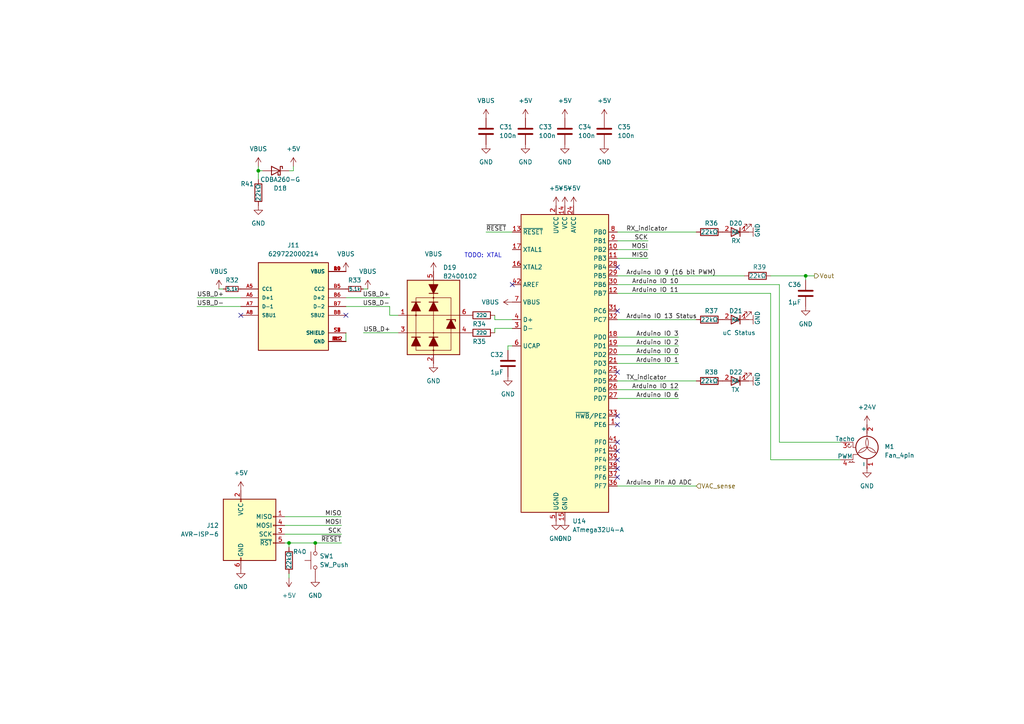
<source format=kicad_sch>
(kicad_sch (version 20230121) (generator eeschema)
  (paper "A4")
  (lib_symbols
    (symbol "Connector:AVR-ISP-6" (pin_names (offset 1.016))
      (property "Reference" "J" (at -6.35 11.43 0))
      (property "Value" "AVR-ISP-6" (at 0 11.43 0))
      (symbol "AVR-ISP-6_0_1"
        (rectangle (start -2.667 -6.858) (end -2.413 -7.62))
        (rectangle (start -2.667 10.16) (end -2.413 9.398))
        (rectangle (start 7.62 -2.413) (end 6.858 -2.667))
        (rectangle (start 7.62 0.127) (end 6.858 -0.127))
        (rectangle (start 7.62 2.667) (end 6.858 2.413))
        (rectangle (start 7.62 5.207) (end 6.858 4.953))
        (rectangle (start 7.62 10.16) (end -7.62 -7.62) (stroke (width 0.254)) (fill (type background)))
      )
      (symbol "AVR-ISP-6_1_1"
        (pin passive line (at 10.16 5.08 180) (length 2.54) (name "MISO") (number "1"))
        (pin passive line (at -2.54 12.7 270) (length 2.54) (name "VCC") (number "2"))
        (pin passive line (at 10.16 0 180) (length 2.54) (name "SCK") (number "3"))
        (pin passive line (at 10.16 2.54 180) (length 2.54) (name "MOSI") (number "4"))
        (pin passive line (at 10.16 -2.54 180) (length 2.54) (name "~{RST}") (number "5"))
        (pin passive line (at -2.54 -10.16 90) (length 2.54) (name "GND") (number "6"))
      )
    )
    (symbol "Device:C" (pin_numbers hide) (pin_names (offset 0.254))
      (property "Reference" "C" (at 0.635 2.54 0))
      (property "Value" "C" (at 0.635 -2.54 0))
      (symbol "C_0_1"
        (polyline (pts (xy -2.032 -0.762) (xy 2.032 -0.762)) (stroke (width 0.508)))
        (polyline (pts (xy -2.032 0.762) (xy 2.032 0.762)) (stroke (width 0.508)))
      )
      (symbol "C_1_1"
        (pin passive line (at 0 3.81 270) (length 2.794) (name "~") (number "1"))
        (pin passive line (at 0 -3.81 90) (length 2.794) (name "~") (number "2"))
      )
    )
    (symbol "Device:D_Schottky" (pin_numbers hide) (pin_names (offset 1.016) hide)
      (property "Reference" "D" (at 0 2.54 0))
      (property "Value" "D_Schottky" (at 0 -2.54 0))
      (symbol "D_Schottky_0_1"
        (polyline (pts (xy 1.27 0) (xy -1.27 0)))
        (polyline (pts (xy 1.27 1.27) (xy 1.27 -1.27) (xy -1.27 0) (xy 1.27 1.27)) (stroke (width 0.254)))
        (polyline (pts (xy -1.905 0.635) (xy -1.905 1.27) (xy -1.27 1.27) (xy -1.27 -1.27) (xy -0.635 -1.27) (xy -0.635 -0.635)) (stroke (width 0.254)))
      )
      (symbol "D_Schottky_1_1"
        (pin passive line (at -3.81 0 0) (length 2.54) (name "K") (number "1"))
        (pin passive line (at 3.81 0 180) (length 2.54) (name "A") (number "2"))
      )
    )
    (symbol "Device:R" (pin_numbers hide) (pin_names (offset 0))
      (property "Reference" "R" (at 2.032 0 90))
      (property "Value" "R" (at 0 0 90))
      (symbol "R_0_1"
        (rectangle (start -1.016 -2.54) (end 1.016 2.54) (stroke (width 0.254)))
      )
      (symbol "R_1_1"
        (pin passive line (at 0 3.81 270) (length 1.27) (name "~") (number "1"))
        (pin passive line (at 0 -3.81 90) (length 1.27) (name "~") (number "2"))
      )
    )
    (symbol "Device:R_Small" (pin_numbers hide) (pin_names (offset 0.254) hide)
      (property "Reference" "R" (at 0.762 0.508 0))
      (property "Value" "R_Small" (at 0.762 -1.016 0))
      (symbol "R_Small_0_1"
        (rectangle (start -0.762 1.778) (end 0.762 -1.778) (stroke (width 0.2032)))
      )
      (symbol "R_Small_1_1"
        (pin passive line (at 0 2.54 270) (length 0.762) (name "~") (number "1"))
        (pin passive line (at 0 -2.54 90) (length 0.762) (name "~") (number "2"))
      )
    )
    (symbol "MCU_Microchip_ATmega:ATmega32U4-A"
      (property "Reference" "U" (at -12.7 44.45 0))
      (property "Value" "ATmega32U4-A" (at 2.54 -44.45 0))
      (symbol "ATmega32U4-A_0_1"
        (rectangle (start -12.7 -43.18) (end 12.7 43.18) (stroke (width 0.254)) (fill (type background)))
      )
      (symbol "ATmega32U4-A_1_1"
        (pin bidirectional line (at 15.24 -17.78 180) (length 2.54) (name "PE6") (number "1"))
        (pin bidirectional line (at 15.24 33.02 180) (length 2.54) (name "PB2") (number "10"))
        (pin bidirectional line (at 15.24 30.48 180) (length 2.54) (name "PB3") (number "11"))
        (pin bidirectional line (at 15.24 20.32 180) (length 2.54) (name "PB7") (number "12"))
        (pin input line (at -15.24 38.1 0) (length 2.54) (name "~{RESET}") (number "13"))
        (pin power_in line (at 0 45.72 270) (length 2.54) (name "VCC") (number "14"))
        (pin power_in line (at 0 -45.72 90) (length 2.54) (name "GND") (number "15"))
        (pin output line (at -15.24 27.94 0) (length 2.54) (name "XTAL2") (number "16"))
        (pin input line (at -15.24 33.02 0) (length 2.54) (name "XTAL1") (number "17"))
        (pin bidirectional line (at 15.24 7.62 180) (length 2.54) (name "PD0") (number "18"))
        (pin bidirectional line (at 15.24 5.08 180) (length 2.54) (name "PD1") (number "19"))
        (pin power_in line (at -2.54 45.72 270) (length 2.54) (name "UVCC") (number "2"))
        (pin bidirectional line (at 15.24 2.54 180) (length 2.54) (name "PD2") (number "20"))
        (pin bidirectional line (at 15.24 0 180) (length 2.54) (name "PD3") (number "21"))
        (pin bidirectional line (at 15.24 -5.08 180) (length 2.54) (name "PD5") (number "22"))
        (pin passive line (at 0 -45.72 90) (length 2.54) hide (name "GND") (number "23"))
        (pin power_in line (at 2.54 45.72 270) (length 2.54) (name "AVCC") (number "24"))
        (pin bidirectional line (at 15.24 -2.54 180) (length 2.54) (name "PD4") (number "25"))
        (pin bidirectional line (at 15.24 -7.62 180) (length 2.54) (name "PD6") (number "26"))
        (pin bidirectional line (at 15.24 -10.16 180) (length 2.54) (name "PD7") (number "27"))
        (pin bidirectional line (at 15.24 27.94 180) (length 2.54) (name "PB4") (number "28"))
        (pin bidirectional line (at 15.24 25.4 180) (length 2.54) (name "PB5") (number "29"))
        (pin bidirectional line (at -15.24 10.16 0) (length 2.54) (name "D-") (number "3"))
        (pin bidirectional line (at 15.24 22.86 180) (length 2.54) (name "PB6") (number "30"))
        (pin bidirectional line (at 15.24 15.24 180) (length 2.54) (name "PC6") (number "31"))
        (pin bidirectional line (at 15.24 12.7 180) (length 2.54) (name "PC7") (number "32"))
        (pin bidirectional line (at 15.24 -15.24 180) (length 2.54) (name "~{HWB}/PE2") (number "33"))
        (pin passive line (at 0 45.72 270) (length 2.54) hide (name "VCC") (number "34"))
        (pin passive line (at 0 -45.72 90) (length 2.54) hide (name "GND") (number "35"))
        (pin bidirectional line (at 15.24 -35.56 180) (length 2.54) (name "PF7") (number "36"))
        (pin bidirectional line (at 15.24 -33.02 180) (length 2.54) (name "PF6") (number "37"))
        (pin bidirectional line (at 15.24 -30.48 180) (length 2.54) (name "PF5") (number "38"))
        (pin bidirectional line (at 15.24 -27.94 180) (length 2.54) (name "PF4") (number "39"))
        (pin bidirectional line (at -15.24 12.7 0) (length 2.54) (name "D+") (number "4"))
        (pin bidirectional line (at 15.24 -25.4 180) (length 2.54) (name "PF1") (number "40"))
        (pin bidirectional line (at 15.24 -22.86 180) (length 2.54) (name "PF0") (number "41"))
        (pin passive line (at -15.24 22.86 0) (length 2.54) (name "AREF") (number "42"))
        (pin passive line (at 0 -45.72 90) (length 2.54) hide (name "GND") (number "43"))
        (pin passive line (at 2.54 45.72 270) (length 2.54) hide (name "AVCC") (number "44"))
        (pin passive line (at -2.54 -45.72 90) (length 2.54) (name "UGND") (number "5"))
        (pin passive line (at -15.24 5.08 0) (length 2.54) (name "UCAP") (number "6"))
        (pin input line (at -15.24 17.78 0) (length 2.54) (name "VBUS") (number "7"))
        (pin bidirectional line (at 15.24 38.1 180) (length 2.54) (name "PB0") (number "8"))
        (pin bidirectional line (at 15.24 35.56 180) (length 2.54) (name "PB1") (number "9"))
      )
    )
    (symbol "Motor:Fan_4pin" (pin_names (offset 0))
      (property "Reference" "M" (at 2.54 5.08 0))
      (property "Value" "Fan_4pin" (at 2.54 -2.54 0))
      (symbol "Fan_4pin_0_0"
        (arc (start -5.588 1.524) (mid -5.08 1.0182) (end -4.572 1.524))
        (arc (start -5.08 2.032) (mid -5.4392 1.8832) (end -5.588 1.524))
        (polyline (pts (xy -5.08 2.032) (xy -5.334 2.159)))
        (polyline (pts (xy -5.08 2.032) (xy -5.207 1.778)))
        (polyline (pts (xy -4.064 2.54) (xy -4.064 1.016) (xy -3.302 1.016)))
      )
      (symbol "Fan_4pin_0_1"
        (arc (start -2.54 -0.508) (mid 0.0028 0.9121) (end 0 3.81))
        (polyline (pts (xy -4.064 2.54) (xy -5.08 2.54)))
        (polyline (pts (xy 0 -5.08) (xy 0 -4.572)))
        (polyline (pts (xy 0 -2.2352) (xy 0 -2.6416)))
        (polyline (pts (xy 0 4.2672) (xy 0 4.6228)))
        (polyline (pts (xy 0 4.572) (xy 0 5.08)))
        (polyline (pts (xy -2.54 -1.016) (xy -4.064 -1.016) (xy -4.064 -2.54) (xy -5.08 -2.54)))
        (polyline (pts (xy -5.334 -3.302) (xy -5.08 -3.302) (xy -5.08 -3.048) (xy -4.826 -3.048) (xy -4.826 -3.302) (xy -4.318 -3.302) (xy -4.318 -3.048) (xy -4.064 -3.048) (xy -4.064 -3.302) (xy -3.556 -3.302)))
        (circle (center 0 1.016) (radius 3.2512) (stroke (width 0.254)))
        (arc (start 0 3.81) (mid 0.053 0.921) (end 2.54 -0.508))
        (arc (start 2.54 -0.508) (mid 0 1.0618) (end -2.54 -0.508))
      )
      (symbol "Fan_4pin_1_1"
        (pin passive line (at 0 -5.08 90) (length 2.54) (name "-") (number "1"))
        (pin passive line (at 0 7.62 270) (length 2.54) (name "+") (number "2"))
        (pin passive line (at -7.62 2.54 0) (length 2.54) (name "Tacho") (number "3"))
        (pin input line (at -7.62 -2.54 0) (length 2.54) (name "PWM") (number "4"))
      )
    )
    (symbol "Switch:SW_Push" (pin_numbers hide) (pin_names (offset 1.016) hide)
      (property "Reference" "SW" (at 1.27 2.54 0))
      (property "Value" "SW_Push" (at 0 -1.524 0))
      (symbol "SW_Push_0_1"
        (circle (center -2.032 0) (radius 0.508))
        (polyline (pts (xy 0 1.27) (xy 0 3.048)))
        (polyline (pts (xy 2.54 1.27) (xy -2.54 1.27)))
        (circle (center 2.032 0) (radius 0.508))
        (pin passive line (at -5.08 0 0) (length 2.54) (name "1") (number "1"))
        (pin passive line (at 5.08 0 180) (length 2.54) (name "2") (number "2"))
      )
    )
    (symbol "ctm:629722000214" (pin_names (offset 1.016))
      (property "Reference" "J" (at -10.16 13.208 0))
      (property "Value" "629722000214" (at -10.16 -15.24 0))
      (symbol "629722000214_0_0"
        (rectangle (start -10.16 -12.7) (end 10.16 12.7) (stroke (width 0.254)) (fill (type background)))
        (pin power_in line (at 15.24 -10.16 180) (length 5.08) (name "GND") (number "A1"))
        (pin power_in line (at 15.24 -10.16 180) (length 5.08) (name "GND") (number "A12"))
        (pin power_in line (at 15.24 10.16 180) (length 5.08) (name "VBUS") (number "A4"))
        (pin bidirectional line (at -15.24 5.08 0) (length 5.08) (name "CC1") (number "A5"))
        (pin bidirectional line (at -15.24 2.54 0) (length 5.08) (name "D+1") (number "A6"))
        (pin bidirectional line (at -15.24 0 0) (length 5.08) (name "D-1") (number "A7"))
        (pin bidirectional line (at -15.24 -2.54 0) (length 5.08) (name "SBU1") (number "A8"))
        (pin power_in line (at 15.24 10.16 180) (length 5.08) (name "VBUS") (number "A9"))
        (pin power_in line (at 15.24 -10.16 180) (length 5.08) (name "GND") (number "B1"))
        (pin power_in line (at 15.24 -10.16 180) (length 5.08) (name "GND") (number "B12"))
        (pin power_in line (at 15.24 10.16 180) (length 5.08) (name "VBUS") (number "B4"))
        (pin bidirectional line (at 15.24 5.08 180) (length 5.08) (name "CC2") (number "B5"))
        (pin bidirectional line (at 15.24 2.54 180) (length 5.08) (name "D+2") (number "B6"))
        (pin bidirectional line (at 15.24 0 180) (length 5.08) (name "D-2") (number "B7"))
        (pin bidirectional line (at 15.24 -2.54 180) (length 5.08) (name "SBU2") (number "B8"))
        (pin power_in line (at 15.24 10.16 180) (length 5.08) (name "VBUS") (number "B9"))
        (pin power_in line (at 15.24 -7.62 180) (length 5.08) (name "SHIELD") (number "S1"))
        (pin power_in line (at 15.24 -7.62 180) (length 5.08) (name "SHIELD") (number "S2"))
        (pin power_in line (at 15.24 -7.62 180) (length 5.08) (name "SHIELD") (number "S3"))
        (pin power_in line (at 15.24 -7.62 180) (length 5.08) (name "SHIELD") (number "S4"))
      )
    )
    (symbol "ctm:82400102" (pin_names (offset 1.016) hide)
      (property "Reference" "D" (at 8.89 8.89 0))
      (property "Value" "82400102" (at 8.89 6.35 0))
      (symbol "82400102_0_1"
        (rectangle (start -7.62 12.7) (end 7.62 -8.89) (stroke (width 0.254)) (fill (type background)))
        (polyline (pts (xy -7.62 -2.54) (xy 7.62 -2.54)))
        (polyline (pts (xy -7.62 2.54) (xy 7.62 2.54)))
        (polyline (pts (xy -5.08 -3.81) (xy -5.08 3.81)))
        (polyline (pts (xy 0 -8.89) (xy 0 -7.62)))
        (polyline (pts (xy 0 -7.62) (xy 0 -6.35)))
        (polyline (pts (xy 0 1.27) (xy 0 -3.81)))
        (polyline (pts (xy 0 1.27) (xy 0 3.81)))
        (polyline (pts (xy 0 6.35) (xy 0 7.62)))
        (polyline (pts (xy 0 8.89) (xy 0 7.62)))
        (polyline (pts (xy 0 11.43) (xy 0 12.7)))
        (polyline (pts (xy -5.08 -6.35) (xy -5.08 -7.62) (xy 5.08 -7.62) (xy 5.08 -1.27)))
        (polyline (pts (xy 5.08 1.27) (xy 5.08 7.62) (xy -5.08 7.62) (xy -5.08 6.35)))
      )
      (symbol "82400102_1_1"
        (circle (center -5.08 2.54) (radius 0.1778) (fill (type outline)))
        (circle (center 0 -7.62) (radius 0.1778) (fill (type outline)))
        (circle (center 0 -2.54) (radius 0.1778) (fill (type outline)))
        (polyline (pts (xy -3.81 -3.81) (xy -6.35 -3.81)) (stroke (width 0.254)))
        (polyline (pts (xy -3.81 6.35) (xy -6.35 6.35)) (stroke (width 0.254)))
        (polyline (pts (xy 0 -6.35) (xy 0 -3.81)))
        (polyline (pts (xy 0 3.81) (xy 0 6.35)))
        (polyline (pts (xy 0 11.43) (xy 0 8.89)))
        (polyline (pts (xy 1.27 -3.81) (xy -1.27 -3.81)) (stroke (width 0.254)))
        (polyline (pts (xy 1.27 6.35) (xy -1.27 6.35)) (stroke (width 0.254)))
        (polyline (pts (xy 1.27 8.89) (xy -1.27 8.89)) (stroke (width 0.254)))
        (polyline (pts (xy 3.81 1.27) (xy 6.35 1.27)) (stroke (width 0.254)))
        (polyline (pts (xy 5.08 -1.27) (xy 5.08 1.27)))
        (polyline (pts (xy 6.35 1.27) (xy 6.35 0.762)) (stroke (width 0.254)))
        (polyline (pts (xy -3.81 -6.35) (xy -6.35 -6.35) (xy -5.08 -3.81) (xy -3.81 -6.35)) (stroke (width 0.254)) (fill (type outline)))
        (polyline (pts (xy -3.81 3.81) (xy -6.35 3.81) (xy -5.08 6.35) (xy -3.81 3.81)) (stroke (width 0.254)) (fill (type outline)))
        (polyline (pts (xy -1.27 11.43) (xy 1.27 11.43) (xy 0 8.89) (xy -1.27 11.43)) (stroke (width 0.254)) (fill (type outline)))
        (polyline (pts (xy 1.27 -6.35) (xy -1.27 -6.35) (xy 0 -3.81) (xy 1.27 -6.35)) (stroke (width 0.254)) (fill (type outline)))
        (polyline (pts (xy 1.27 3.81) (xy -1.27 3.81) (xy 0 6.35) (xy 1.27 3.81)) (stroke (width 0.254)) (fill (type outline)))
        (polyline (pts (xy 6.35 -1.27) (xy 3.81 -1.27) (xy 5.08 1.27) (xy 6.35 -1.27)) (stroke (width 0.254)) (fill (type outline)))
        (circle (center 0 7.62) (radius 0.1778) (fill (type outline)))
        (pin passive line (at -10.16 2.54 0) (length 2.54) (name "L1") (number "1"))
        (pin passive line (at 0 -11.43 90) (length 2.54) (name "VN") (number "2"))
        (pin passive line (at -10.16 -2.54 0) (length 2.54) (name "L2") (number "3"))
        (pin passive line (at 10.16 -2.54 180) (length 2.54) (name "L2") (number "4"))
        (pin passive line (at 0 15.24 270) (length 2.54) (name "VP") (number "5"))
        (pin passive line (at 10.16 2.54 180) (length 2.54) (name "L1") (number "6"))
      )
    )
    (symbol "ctm:GND" (power) (pin_names (offset 0))
      (property "Value" "GND" (at 0 -2.286 0))
      (symbol "GND_0_1"
        (polyline (pts (xy 0 0) (xy 0 -1.27) (xy -1.27 -1.27) (xy 1.27 -1.27) (xy 0 -1.27)))
      )
      (symbol "GND_1_1"
        (pin power_in line (at 0 0 270) (length 0) hide (name "GND") (number "1"))
      )
    )
    (symbol "ctm:LED_Wuerth_Green" (pin_names (offset 1.016))
      (property "Reference" "D" (at 0 0 0))
      (property "Value" "LED_Wuerth_Green" (at 0 0 0))
      (symbol "LED_Wuerth_Green_1_1"
        (polyline (pts (xy -1.27 -3.81) (xy -1.27 -1.27)) (stroke (width 0.254)))
        (polyline (pts (xy -1.27 -2.54) (xy 1.27 -2.54)))
        (polyline (pts (xy 1.27 -3.81) (xy 1.27 -1.27) (xy -1.27 -2.54) (xy 1.27 -3.81)) (stroke (width 0.254)))
        (polyline (pts (xy -3.048 -3.302) (xy -4.572 -4.826) (xy -3.81 -4.826) (xy -4.572 -4.826) (xy -4.572 -4.064)))
        (polyline (pts (xy -1.778 -3.302) (xy -3.302 -4.826) (xy -2.54 -4.826) (xy -3.302 -4.826) (xy -3.302 -4.064)))
        (pin passive line (at -3.81 -2.54 0) (length 2.54) (name "K") (number "1"))
        (pin passive line (at 3.81 -2.54 180) (length 2.54) (name "A") (number "2"))
      )
    )
    (symbol "power:+24V" (power) (pin_names (offset 0))
      (property "Value" "+24V" (at 0 3.556 0))
      (symbol "+24V_0_1"
        (polyline (pts (xy -0.762 1.27) (xy 0 2.54)))
        (polyline (pts (xy 0 0) (xy 0 2.54)))
        (polyline (pts (xy 0 2.54) (xy 0.762 1.27)))
      )
      (symbol "+24V_1_1"
        (pin power_in line (at 0 0 90) (length 0) hide (name "+24V") (number "1"))
      )
    )
    (symbol "power:+5V" (power) (pin_names (offset 0))
      (property "Value" "+5V" (at 0 3.556 0))
      (symbol "+5V_0_1"
        (polyline (pts (xy -0.762 1.27) (xy 0 2.54)))
        (polyline (pts (xy 0 0) (xy 0 2.54)))
        (polyline (pts (xy 0 2.54) (xy 0.762 1.27)))
      )
      (symbol "+5V_1_1"
        (pin power_in line (at 0 0 90) (length 0) hide (name "+5V") (number "1"))
      )
    )
    (symbol "power:GND" (power) (pin_names (offset 0))
      (property "Value" "GND" (at 0 -3.81 0))
      (symbol "GND_0_1"
        (polyline (pts (xy 0 0) (xy 0 -1.27) (xy 1.27 -1.27) (xy 0 -2.54) (xy -1.27 -1.27) (xy 0 -1.27)))
      )
      (symbol "GND_1_1"
        (pin power_in line (at 0 0 270) (length 0) hide (name "GND") (number "1"))
      )
    )
    (symbol "power:VBUS" (power) (pin_names (offset 0))
      (property "Value" "VBUS" (at 0 3.81 0))
      (symbol "VBUS_0_1"
        (polyline (pts (xy -0.762 1.27) (xy 0 2.54)))
        (polyline (pts (xy 0 0) (xy 0 2.54)))
        (polyline (pts (xy 0 2.54) (xy 0.762 1.27)))
      )
      (symbol "VBUS_1_1"
        (pin power_in line (at 0 0 90) (length 0) hide (name "VBUS") (number "1"))
      )
    )
  )
  (junction (at 83.82 157.48))
  (junction (at 91.44 157.48))
  (junction (at 233.68 80.01))
  (junction (at 74.93 49.53))
  (no_connect (at 179.07 90.17))
  (no_connect (at 148.59 82.55))
  (no_connect (at 179.07 135.89))
  (no_connect (at 179.07 128.27))
  (no_connect (at 179.07 77.47))
  (no_connect (at 179.07 120.65))
  (no_connect (at 179.07 130.81))
  (no_connect (at 100.33 91.44))
  (no_connect (at 179.07 138.43))
  (no_connect (at 69.85 91.44))
  (no_connect (at 179.07 133.35))
  (no_connect (at 179.07 107.95))
  (no_connect (at 179.07 123.19))
  (wire (pts (xy 100.33 96.52) (xy 100.33 99.06)))
  (wire (pts (xy 179.07 113.03) (xy 196.85 113.03)))
  (wire (pts (xy 223.52 80.01) (xy 233.68 80.01)))
  (wire (pts (xy 147.32 101.6) (xy 147.32 100.33)))
  (wire (pts (xy 91.44 157.48) (xy 99.06 157.48)))
  (wire (pts (xy 179.07 115.57) (xy 196.85 115.57)))
  (wire (pts (xy 179.07 72.39) (xy 187.96 72.39)))
  (wire (pts (xy 233.68 80.01) (xy 233.68 81.28)))
  (wire (pts (xy 74.93 49.53) (xy 74.93 48.26)))
  (wire (pts (xy 85.09 49.53) (xy 85.09 48.26)))
  (wire (pts (xy 82.55 149.86) (xy 99.06 149.86)))
  (wire (pts (xy 179.07 92.71) (xy 201.93 92.71)))
  (wire (pts (xy 82.55 152.4) (xy 99.06 152.4)))
  (wire (pts (xy 74.93 52.07) (xy 74.93 49.53)))
  (wire (pts (xy 83.82 166.37) (xy 83.82 167.64)))
  (wire (pts (xy 179.07 100.33) (xy 196.85 100.33)))
  (wire (pts (xy 226.06 82.55) (xy 226.06 128.27)))
  (wire (pts (xy 226.06 82.55) (xy 179.07 82.55)))
  (wire (pts (xy 179.07 80.01) (xy 215.9 80.01)))
  (wire (pts (xy 100.33 88.9) (xy 113.03 88.9)))
  (wire (pts (xy 140.97 67.31) (xy 148.59 67.31)))
  (wire (pts (xy 179.07 74.93) (xy 187.96 74.93)))
  (wire (pts (xy 179.07 102.87) (xy 196.85 102.87)))
  (wire (pts (xy 63.5 83.82) (xy 64.77 83.82)))
  (wire (pts (xy 82.55 157.48) (xy 83.82 157.48)))
  (wire (pts (xy 105.41 96.52) (xy 115.57 96.52)))
  (wire (pts (xy 83.82 158.75) (xy 83.82 157.48)))
  (wire (pts (xy 82.55 154.94) (xy 99.06 154.94)))
  (wire (pts (xy 148.59 95.25) (xy 143.51 95.25)))
  (wire (pts (xy 179.07 67.31) (xy 201.93 67.31)))
  (wire (pts (xy 143.51 95.25) (xy 143.51 96.52)))
  (wire (pts (xy 83.82 49.53) (xy 85.09 49.53)))
  (wire (pts (xy 179.07 85.09) (xy 223.52 85.09)))
  (wire (pts (xy 179.07 105.41) (xy 196.85 105.41)))
  (wire (pts (xy 143.51 92.71) (xy 143.51 91.44)))
  (wire (pts (xy 106.68 83.82) (xy 105.41 83.82)))
  (wire (pts (xy 223.52 85.09) (xy 223.52 133.35)))
  (wire (pts (xy 179.07 69.85) (xy 187.96 69.85)))
  (wire (pts (xy 76.2 49.53) (xy 74.93 49.53)))
  (wire (pts (xy 148.59 92.71) (xy 143.51 92.71)))
  (wire (pts (xy 243.84 128.27) (xy 226.06 128.27)))
  (wire (pts (xy 115.57 91.44) (xy 113.03 91.44)))
  (wire (pts (xy 233.68 80.01) (xy 236.22 80.01)))
  (wire (pts (xy 179.07 140.97) (xy 201.93 140.97)))
  (wire (pts (xy 179.07 97.79) (xy 196.85 97.79)))
  (wire (pts (xy 113.03 91.44) (xy 113.03 88.9)))
  (wire (pts (xy 223.52 133.35) (xy 243.84 133.35)))
  (wire (pts (xy 179.07 110.49) (xy 201.93 110.49)))
  (wire (pts (xy 57.15 86.36) (xy 69.85 86.36)))
  (wire (pts (xy 100.33 86.36) (xy 113.03 86.36)))
  (wire (pts (xy 147.32 100.33) (xy 148.59 100.33)))
  (wire (pts (xy 83.82 157.48) (xy 91.44 157.48)))
  (wire (pts (xy 57.15 88.9) (xy 69.85 88.9)))
  (text "TODO: XTAL" (at 134.62 74.93 0) (effects (font (size 1.27 1.27)) (justify left bottom)))
  (label "Arduino IO 13 Status" (at 181.61 92.71 0))
  (label "MOSI" (at 99.06 152.4 180))
  (label "Arduino IO 11" (at 196.85 85.09 180))
  (label "~{RESET}" (at 140.97 67.31 0))
  (label "Arduino IO 6" (at 196.85 115.57 180))
  (label "USB_D+" (at 57.15 86.36 0))
  (label "Arduino IO 0" (at 196.85 102.87 180))
  (label "MISO" (at 99.06 149.86 180))
  (label "Arduino IO 9 (16 bit PWM)" (at 181.61 80.01 0))
  (label "SCK" (at 99.06 154.94 180))
  (label "Arduino IO 12" (at 196.85 113.03 180))
  (label "Arduino IO 2" (at 196.85 100.33 180))
  (label "USB_D-" (at 57.15 88.9 0))
  (label "Arduino Pin A0 ADC" (at 181.61 140.97 0))
  (label "Arduino IO 3" (at 196.85 97.79 180))
  (label "MISO" (at 187.96 74.93 180))
  (label "Arduino IO 1" (at 196.85 105.41 180))
  (label "~{RESET}" (at 99.06 157.48 180))
  (label "MOSI" (at 187.96 72.39 180))
  (label "USB_D+" (at 105.41 96.52 0))
  (label "USB_D+" (at 113.03 86.36 180))
  (label "USB_D-" (at 113.03 88.9 180))
  (label "TX_indicator" (at 181.61 110.49 0))
  (label "RX_indicator" (at 181.61 67.31 0))
  (label "SCK" (at 187.96 69.85 180))
  (label "Arduino IO 10" (at 196.85 82.55 180))
  (hierarchical_label "Vout" (shape output) (at 236.22 80.01 0))
  (hierarchical_label "VAC_sense" (shape input) (at 201.93 140.97 0))
  (symbol (lib_id "power:+5V") (at 163.83 34.29 0) (unit 1)
    (property "Reference" "#PWR090" (effects hide))
    (property "Value" "+5V" (at 163.83 29.21 0))
  )
  (symbol (lib_id "power:+5V") (at 69.85 142.24 0) (unit 1)
    (property "Reference" "#PWR0113" (effects hide))
    (property "Value" "+5V" (at 69.85 137.16 0))
  )
  (symbol (lib_id "Device:R") (at 139.7 96.52 90) (unit 1)
    (property "Reference" "R35" (at 140.97 99.06 90) (effects (justify left)))
    (property "Value" "22Ω" (at 139.7 96.52 90) (effects (font (size 1 1))))
    (property "Footprint" "Resistor_SMD:R_0805_2012Metric" (effects hide))
  )
  (symbol (lib_id "Motor:Fan_4pin") (at 251.46 130.81 0) (unit 1)
    (property "Reference" "M1" (at 256.54 129.54 0) (effects (justify left)))
    (property "Value" "Fan_4pin" (at 256.54 132.08 0) (effects (justify left)))
    (property "Footprint" "Connector:FanPinHeader_1x04_P2.54mm_Vertical" (effects hide))
    (property "Datasheet" "http://www.formfactors.org/developer%5Cspecs%5Crev1_2_public.pdf" (effects hide))
  )
  (symbol (lib_id "Device:D_Schottky") (at 80.01 49.53 0) (mirror y) (unit 1)
    (property "Reference" "D18" (at 81.28 54.61 0))
    (property "Value" "CDBA260-G" (at 81.28 52.07 0))
    (property "Footprint" "Diode_SMD:D_SMA" (effects hide))
    (property "Datasheet" "https://www.mouser.at/datasheet/2/80/CDBA240_HF_Thru193240__CDBA2100_HF_RevC-2489669.pdf" (effects hide))
  )
  (symbol (lib_id "power:GND") (at 125.73 105.41 0) (unit 1)
    (property "Reference" "#PWR081" (effects hide))
    (property "Value" "GND" (at 125.73 110.49 0))
  )
  (symbol (lib_id "ctm:GND") (at 217.17 92.71 90) (unit 1)
    (property "Reference" "#PWR098" (effects hide))
    (property "Value" "GND" (at 219.71 90.17 0) (effects (justify right)))
  )
  (symbol (lib_id "Device:C") (at 140.97 38.1 0) (unit 1)
    (property "Reference" "C31" (at 144.78 36.83 0) (effects (justify left)))
    (property "Value" "100n" (at 144.78 39.37 0) (effects (justify left)))
    (property "Footprint" "Capacitor_SMD:C_0805_2012Metric" (effects hide))
  )
  (symbol (lib_id "ctm:LED_Wuerth_Green") (at 213.36 113.03 180) (unit 1)
    (property "Reference" "D22" (at 211.455 107.95 0) (effects (justify right)))
    (property "Value" "TX" (at 212.09 113.03 0) (effects (justify right)))
    (property "Footprint" "LED_SMD:LED_0805_2012Metric_Pad1.15x1.40mm_HandSolder" (effects hide))
    (property "Datasheet" "${KICAD_CTM}/datasheets/150080VS75000.pdf" (effects hide))
  )
  (symbol (lib_id "power:+5V") (at 175.26 34.29 0) (unit 1)
    (property "Reference" "#PWR095" (effects hide))
    (property "Value" "+5V" (at 175.26 29.21 0))
  )
  (symbol (lib_id "Switch:SW_Push") (at 91.44 162.56 90) (unit 1)
    (property "Reference" "SW1" (at 92.71 161.29 90) (effects (justify right)))
    (property "Value" "SW_Push" (at 92.71 163.83 90) (effects (justify right)))
    (property "Footprint" "Button_Switch_SMD:SW_Push_1P1T_NO_6x6mm_H9.5mm" (effects hide))
  )
  (symbol (lib_id "power:+5V") (at 163.83 59.69 0) (unit 1)
    (property "Reference" "#PWR092" (effects hide))
    (property "Value" "+5V" (at 163.83 54.61 0))
  )
  (symbol (lib_id "power:GND") (at 163.83 41.91 0) (unit 1)
    (property "Reference" "#PWR091" (effects hide))
    (property "Value" "GND" (at 163.83 46.99 0))
  )
  (symbol (lib_id "ctm:GND") (at 217.17 110.49 90) (unit 1)
    (property "Reference" "#PWR099" (effects hide))
    (property "Value" "GND" (at 219.71 107.95 0) (effects (justify right)))
  )
  (symbol (lib_id "power:VBUS") (at 125.73 78.74 0) (unit 1)
    (property "Reference" "#PWR080" (effects hide))
    (property "Value" "VBUS" (at 125.73 73.66 0))
  )
  (symbol (lib_id "Device:C") (at 233.68 85.09 0) (mirror y) (unit 1)
    (property "Reference" "C36" (at 232.41 82.55 0) (effects (justify left)))
    (property "Value" "1µF" (at 232.41 87.63 0) (effects (justify left)))
    (property "Footprint" "Capacitor_SMD:C_0805_2012Metric" (effects hide))
  )
  (symbol (lib_id "power:GND") (at 161.29 151.13 0) (unit 1)
    (property "Reference" "#PWR089" (effects hide))
    (property "Value" "GND" (at 161.29 156.21 0))
  )
  (symbol (lib_id "Device:C") (at 175.26 38.1 0) (unit 1)
    (property "Reference" "C35" (at 179.07 36.83 0) (effects (justify left)))
    (property "Value" "100n" (at 179.07 39.37 0) (effects (justify left)))
    (property "Footprint" "Capacitor_SMD:C_0805_2012Metric" (effects hide))
  )
  (symbol (lib_id "Device:R") (at 74.93 55.88 180) (unit 1)
    (property "Reference" "R41" (at 73.66 53.34 0) (effects (justify left)))
    (property "Value" "22kΩ" (at 74.93 55.88 90))
    (property "Footprint" "Resistor_SMD:R_0805_2012Metric" (effects hide))
  )
  (symbol (lib_id "power:GND") (at 175.26 41.91 0) (unit 1)
    (property "Reference" "#PWR096" (effects hide))
    (property "Value" "GND" (at 175.26 46.99 0))
  )
  (symbol (lib_id "power:+5V") (at 83.82 167.64 180) (unit 1)
    (property "Reference" "#PWR0103" (effects hide))
    (property "Value" "+5V" (at 83.82 172.72 0))
  )
  (symbol (lib_id "power:GND") (at 91.44 167.64 0) (unit 1)
    (property "Reference" "#PWR0105" (effects hide))
    (property "Value" "GND" (at 91.44 172.72 0))
  )
  (symbol (lib_id "power:VBUS") (at 148.59 87.63 90) (unit 1)
    (property "Reference" "#PWR085" (effects hide))
    (property "Value" "VBUS" (at 144.78 87.63 90) (effects (justify left)))
  )
  (symbol (lib_id "power:GND") (at 69.85 165.1 0) (unit 1)
    (property "Reference" "#PWR0112" (effects hide))
    (property "Value" "GND" (at 69.85 170.18 0))
  )
  (symbol (lib_id "power:VBUS") (at 140.97 34.29 0) (unit 1)
    (property "Reference" "#PWR082" (effects hide))
    (property "Value" "VBUS" (at 140.97 29.21 0))
  )
  (symbol (lib_id "Device:C") (at 152.4 38.1 0) (unit 1)
    (property "Reference" "C33" (at 156.21 36.83 0) (effects (justify left)))
    (property "Value" "100n" (at 156.21 39.37 0) (effects (justify left)))
    (property "Footprint" "Capacitor_SMD:C_0805_2012Metric" (effects hide))
  )
  (symbol (lib_id "ctm:LED_Wuerth_Green") (at 213.36 69.85 180) (unit 1)
    (property "Reference" "D20" (at 211.455 64.77 0) (effects (justify right)))
    (property "Value" "RX" (at 212.09 69.85 0) (effects (justify right)))
    (property "Footprint" "LED_SMD:LED_0805_2012Metric_Pad1.15x1.40mm_HandSolder" (effects hide))
    (property "Datasheet" "${KICAD_CTM}/datasheets/150080VS75000.pdf" (effects hide))
  )
  (symbol (lib_id "power:GND") (at 152.4 41.91 0) (unit 1)
    (property "Reference" "#PWR087" (effects hide))
    (property "Value" "GND" (at 152.4 46.99 0))
  )
  (symbol (lib_id "power:+5V") (at 152.4 34.29 0) (unit 1)
    (property "Reference" "#PWR086" (effects hide))
    (property "Value" "+5V" (at 152.4 29.21 0))
  )
  (symbol (lib_id "power:GND") (at 163.83 151.13 0) (unit 1)
    (property "Reference" "#PWR093" (effects hide))
    (property "Value" "GND" (at 163.83 156.21 0))
  )
  (symbol (lib_id "power:GND") (at 140.97 41.91 0) (unit 1)
    (property "Reference" "#PWR083" (effects hide))
    (property "Value" "GND" (at 140.97 46.99 0))
  )
  (symbol (lib_id "ctm:629722000214") (at 85.09 88.9 0) (unit 1)
    (property "Reference" "J11" (at 85.09 71.12 0))
    (property "Value" "629722000214" (at 85.09 73.66 0))
    (property "Footprint" "Footprints:629722000214" (effects hide))
    (property "Datasheet" "${KICAD_CTM}/datasheets/629722000214.pdf" (effects hide))
    (property "PARTREV" "001.001" (effects hide))
    (property "STANDARD" "Manufacturer Recommendations" (effects hide))
    (property "SNAPEDA_PN" "629722000214" (effects hide))
    (property "MAXIMUM_PACKAGE_HEIGHT" "3.51 mm" (effects hide))
    (property "MANUFACTURER" "Wurth Electronics" (effects hide))
  )
  (symbol (lib_id "Connector:AVR-ISP-6") (at 72.39 154.94 0) (unit 1)
    (property "Reference" "J12" (at 63.5 152.4 0) (effects (justify right)))
    (property "Value" "AVR-ISP-6" (at 63.5 154.94 0) (effects (justify right)))
    (property "Footprint" "Connector_PinHeader_2.54mm:PinHeader_2x03_P2.54mm_Vertical" (effects hide))
    (property "Datasheet" " ~" (effects hide))
  )
  (symbol (lib_id "Device:R_Small") (at 67.31 83.82 90) (unit 1)
    (property "Reference" "R32" (at 67.31 81.28 90))
    (property "Value" "5.1k" (at 67.31 83.82 90) (effects (font (size 1 1))))
    (property "Footprint" "Resistor_SMD:R_0805_2012Metric_Pad1.20x1.40mm_HandSolder" (effects hide))
  )
  (symbol (lib_id "power:VBUS") (at 106.68 83.82 0) (unit 1)
    (property "Reference" "#PWR079" (effects hide))
    (property "Value" "VBUS" (at 106.68 78.74 0))
  )
  (symbol (lib_id "power:+5V") (at 161.29 59.69 0) (unit 1)
    (property "Reference" "#PWR088" (effects hide))
    (property "Value" "+5V" (at 161.29 54.61 0))
  )
  (symbol (lib_id "Device:C") (at 147.32 105.41 0) (mirror y) (unit 1)
    (property "Reference" "C32" (at 146.05 102.87 0) (effects (justify left)))
    (property "Value" "1µF" (at 146.05 107.95 0) (effects (justify left)))
    (property "Footprint" "Capacitor_SMD:C_0805_2012Metric" (effects hide))
  )
  (symbol (lib_id "Device:R") (at 205.74 110.49 90) (unit 1)
    (property "Reference" "R38" (at 208.28 107.95 90) (effects (justify left)))
    (property "Value" "22kΩ" (at 205.74 110.49 90))
    (property "Footprint" "Resistor_SMD:R_0805_2012Metric" (effects hide))
  )
  (symbol (lib_id "Device:C") (at 163.83 38.1 0) (unit 1)
    (property "Reference" "C34" (at 167.64 36.83 0) (effects (justify left)))
    (property "Value" "100n" (at 167.64 39.37 0) (effects (justify left)))
    (property "Footprint" "Capacitor_SMD:C_0805_2012Metric" (effects hide))
  )
  (symbol (lib_id "power:VBUS") (at 74.93 48.26 0) (unit 1)
    (property "Reference" "#PWR076" (effects hide))
    (property "Value" "VBUS" (at 74.93 43.18 0))
  )
  (symbol (lib_id "power:GND") (at 147.32 109.22 0) (unit 1)
    (property "Reference" "#PWR084" (effects hide))
    (property "Value" "GND" (at 147.32 114.3 0))
  )
  (symbol (lib_id "power:VBUS") (at 100.33 78.74 0) (unit 1)
    (property "Reference" "#PWR078" (effects hide))
    (property "Value" "VBUS" (at 100.33 73.66 0))
  )
  (symbol (lib_id "power:+5V") (at 166.37 59.69 0) (unit 1)
    (property "Reference" "#PWR094" (effects hide))
    (property "Value" "+5V" (at 166.37 54.61 0))
  )
  (symbol (lib_id "power:GND") (at 251.46 135.89 0) (unit 1)
    (property "Reference" "#PWR0114" (effects hide))
    (property "Value" "GND" (at 251.46 140.97 0))
  )
  (symbol (lib_id "power:GND") (at 74.93 59.69 0) (unit 1)
    (property "Reference" "#PWR0104" (effects hide))
    (property "Value" "GND" (at 74.93 64.77 0))
  )
  (symbol (lib_id "power:+5V") (at 85.09 48.26 0) (unit 1)
    (property "Reference" "#PWR077" (effects hide))
    (property "Value" "+5V" (at 85.09 43.18 0))
  )
  (symbol (lib_id "ctm:82400102") (at 125.73 93.98 0) (unit 1)
    (property "Reference" "D19" (at 128.4987 77.5802 0) (effects (justify left)))
    (property "Value" "82400102" (at 128.4987 80.1171 0) (effects (justify left)))
    (property "Footprint" "Package_TO_SOT_SMD:SOT-23-6_Handsoldering" (effects hide))
    (property "Datasheet" "${KICAD_CTM}/datasheets/82400102.pdf" (effects hide))
  )
  (symbol (lib_id "power:VBUS") (at 63.5 83.82 0) (unit 1)
    (property "Reference" "#PWR075" (effects hide))
    (property "Value" "VBUS" (at 63.5 78.74 0))
  )
  (symbol (lib_id "Device:R") (at 83.82 162.56 180) (unit 1)
    (property "Reference" "R40" (at 88.9 160.02 0) (effects (justify left)))
    (property "Value" "22kΩ" (at 83.82 162.56 90))
    (property "Footprint" "Resistor_SMD:R_0805_2012Metric" (effects hide))
  )
  (symbol (lib_id "Device:R") (at 219.71 80.01 90) (unit 1)
    (property "Reference" "R39" (at 222.25 77.47 90) (effects (justify left)))
    (property "Value" "22kΩ" (at 219.71 80.01 90))
    (property "Footprint" "Resistor_SMD:R_0805_2012Metric" (effects hide))
  )
  (symbol (lib_id "power:GND") (at 233.68 88.9 0) (unit 1)
    (property "Reference" "#PWR0100" (effects hide))
    (property "Value" "GND" (at 233.68 93.98 0))
  )
  (symbol (lib_id "ctm:LED_Wuerth_Green") (at 213.36 95.25 180) (unit 1)
    (property "Reference" "D21" (at 211.455 90.17 0) (effects (justify right)))
    (property "Value" "uC Status" (at 209.55 96.52 0) (effects (justify right)))
    (property "Footprint" "LED_SMD:LED_0805_2012Metric_Pad1.15x1.40mm_HandSolder" (effects hide))
    (property "Datasheet" "${KICAD_CTM}/datasheets/150080VS75000.pdf" (effects hide))
  )
  (symbol (lib_id "ctm:GND") (at 217.17 67.31 90) (unit 1)
    (property "Reference" "#PWR097" (effects hide))
    (property "Value" "GND" (at 219.71 64.77 0) (effects (justify right)))
  )
  (symbol (lib_id "MCU_Microchip_ATmega:ATmega32U4-A") (at 163.83 105.41 0) (unit 1)
    (property "Reference" "U14" (at 166.0241 151.13 0) (effects (justify left)))
    (property "Value" "ATmega32U4-A" (at 166.0241 153.67 0) (effects (justify left)))
    (property "Footprint" "Package_QFP:TQFP-44_10x10mm_P0.8mm" (effects hide))
    (property "Datasheet" "http://ww1.microchip.com/downloads/en/DeviceDoc/Atmel-7766-8-bit-AVR-ATmega16U4-32U4_Datasheet.pdf" (effects hide))
  )
  (symbol (lib_id "Device:R") (at 205.74 67.31 90) (unit 1)
    (property "Reference" "R36" (at 208.28 64.77 90) (effects (justify left)))
    (property "Value" "22kΩ" (at 205.74 67.31 90))
    (property "Footprint" "Resistor_SMD:R_0805_2012Metric" (effects hide))
  )
  (symbol (lib_id "Device:R") (at 139.7 91.44 90) (unit 1)
    (property "Reference" "R34" (at 140.97 93.98 90) (effects (justify left)))
    (property "Value" "22Ω" (at 139.7 91.44 90) (effects (font (size 1 1))))
    (property "Footprint" "Resistor_SMD:R_0805_2012Metric" (effects hide))
  )
  (symbol (lib_id "Device:R_Small") (at 102.87 83.82 270) (unit 1)
    (property "Reference" "R33" (at 102.87 81.28 90))
    (property "Value" "5.1k" (at 102.87 83.82 90) (effects (font (size 1 1))))
    (property "Footprint" "Resistor_SMD:R_0805_2012Metric_Pad1.20x1.40mm_HandSolder" (effects hide))
  )
  (symbol (lib_id "Device:R") (at 205.74 92.71 90) (unit 1)
    (property "Reference" "R37" (at 208.28 90.17 90) (effects (justify left)))
    (property "Value" "22kΩ" (at 205.74 92.71 90))
    (property "Footprint" "Resistor_SMD:R_0805_2012Metric" (effects hide))
  )
  (symbol (lib_id "power:+24V") (at 251.46 123.19 0) (unit 1)
    (property "Reference" "#PWR0115" (effects hide))
    (property "Value" "+24V" (at 251.46 118.11 0))
  )
)
</source>
